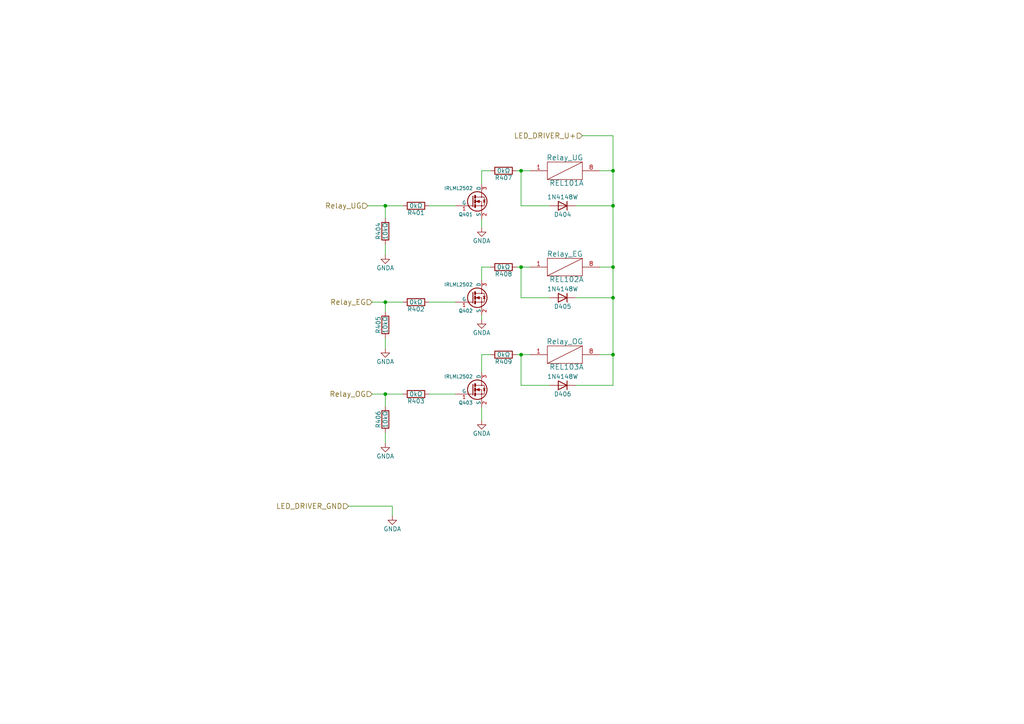
<source format=kicad_sch>
(kicad_sch (version 20230121) (generator eeschema)
  (paper "A4")
  (title_block (title "TL2C - Timed LED Lighting Controller") (date "2017-07-16") (rev "2L.2"))
  (lib_symbols
    (symbol "Device:D" (pin_numbers hide) (pin_names (offset 1.016) hide)
      (property "Reference" "D" (at 0 2.54 0))
      (property "Value" "D" (at 0 -2.54 0))
      (symbol "D_0_1"
        (polyline (pts (xy -1.27 1.27) (xy -1.27 -1.27)) (stroke (width 0.254)))
        (polyline (pts (xy 1.27 0) (xy -1.27 0)))
        (polyline (pts (xy 1.27 1.27) (xy 1.27 -1.27) (xy -1.27 0) (xy 1.27 1.27)) (stroke (width 0.254)))
      )
      (symbol "D_1_1"
        (pin passive line (at -3.81 0 0) (length 2.54) (name "K") (number "1"))
        (pin passive line (at 3.81 0 180) (length 2.54) (name "A") (number "2"))
      )
    )
    (symbol "Device:R" (pin_numbers hide) (pin_names (offset 0))
      (property "Reference" "R" (at 2.032 0 90))
      (property "Value" "R" (at 0 0 90))
      (symbol "R_0_1"
        (rectangle (start -1.016 -2.54) (end 1.016 2.54) (stroke (width 0.254)))
      )
      (symbol "R_1_1"
        (pin passive line (at 0 3.81 270) (length 1.27) (name "~") (number "1"))
        (pin passive line (at 0 -3.81 90) (length 1.27) (name "~") (number "2"))
      )
    )
    (symbol "power:GNDA" (power) (pin_names (offset 0))
      (property "Value" "GNDA" (at 0 -3.81 0))
      (symbol "GNDA_0_1"
        (polyline (pts (xy 0 0) (xy 0 -1.27) (xy 1.27 -1.27) (xy 0 -2.54) (xy -1.27 -1.27) (xy 0 -1.27)))
      )
      (symbol "GNDA_1_1"
        (pin power_in line (at 0 0 270) (length 0) hide (name "GNDA") (number "1"))
      )
    )
    (symbol "tl2c-symbols:IRLML2502" (pin_names (offset 0))
      (property "Reference" "Q" (at 0 -3.7846 0))
      (property "Value" "IRLML2502" (at 0 3.81 0))
      (symbol "IRLML2502_0_1"
        (polyline (pts (xy 0.635 -1.016) (xy 0.635 -1.651)) (stroke (width 0.508)))
        (polyline (pts (xy 0.635 0.381) (xy 0.635 -0.381)) (stroke (width 0.508)))
        (polyline (pts (xy 0.635 1.651) (xy 0.635 1.016)) (stroke (width 0.508)))
        (polyline (pts (xy 3.048 0.381) (xy 2.921 0.254)))
        (polyline (pts (xy 3.048 0.381) (xy 3.556 0.381)))
        (polyline (pts (xy 3.556 0.381) (xy 3.683 0.508)))
        (polyline (pts (xy 0 1.524) (xy 0 -1.524) (xy 0 -1.524)) (stroke (width 0.254)))
        (polyline (pts (xy 0.762 -1.27) (xy 2.54 -1.27) (xy 2.54 -2.54) (xy 2.54 -2.54)))
        (polyline (pts (xy 0.762 1.27) (xy 2.54 1.27) (xy 2.54 2.54) (xy 2.54 2.54)))
        (polyline (pts (xy 2.54 1.27) (xy 3.302 1.27) (xy 3.302 -1.27) (xy 2.54 -1.27)))
        (polyline (pts (xy 3.302 0.381) (xy 3.048 -0.254) (xy 3.556 -0.254) (xy 3.302 0.381)) (fill (type outline)))
        (polyline (pts (xy 0.762 0) (xy 1.27 0) (xy 2.54 0) (xy 2.54 -1.27) (xy 2.54 -1.27)))
        (polyline (pts (xy 0.889 0) (xy 1.905 0.381) (xy 1.905 -0.381) (xy 0.889 0) (xy 1.016 0) (xy 1.016 0)) (fill (type outline)))
        (circle (center 1.27 0) (radius 2.8194) (stroke (width 0.254)))
        (circle (center 2.54 -1.27) (radius 0.127))
        (circle (center 2.54 1.27) (radius 0.127))
      )
      (symbol "IRLML2502_1_1"
        (pin input line (at -5.08 -1.27 0) (length 5.08) (name "G") (number "1"))
        (pin passive line (at 2.54 -5.08 90) (length 2.54) (name "S") (number "2"))
        (pin passive line (at 2.54 5.08 270) (length 2.54) (name "D") (number "3"))
      )
    )
    (symbol "tl2c-symbols:Relay_JW1AFSN12F" (pin_names (offset 1.016))
      (property "Reference" "REL" (at -0.127 -4.191 0))
      (property "Value" "Relay_JW1AFSN12F" (at -0.635 3.81 0))
      (symbol "Relay_JW1AFSN12F_1_1"
        (rectangle (start -5.08 2.54) (end 5.08 -2.54))
        (polyline (pts (xy 5.08 2.54) (xy -5.08 -2.54)))
        (pin bidirectional line (at -10.16 0 0) (length 5.08) (name "~") (number "1"))
        (pin bidirectional line (at 10.16 0 180) (length 5.08) (name "~") (number "8"))
      )
      (symbol "Relay_JW1AFSN12F_1_2"
        (pin bidirectional line (at -10.795 -0.635 0) (length 5.08) (name "COM") (number "??"))
        (pin bidirectional line (at 11.811 -0.635 180) (length 5.08) (name "N.O.") (number "??"))
      )
      (symbol "Relay_JW1AFSN12F_2_1"
        (polyline (pts (xy 5.08 0) (xy 1.27 0)))
        (polyline (pts (xy -5.842 0) (xy -3.048 0) (xy 2.54 2.794)))
        (polyline (pts (xy 2.54 2.794) (xy 2.54 1.524) (xy 1.524 2.286)))
        (pin bidirectional line (at 10.16 0 180) (length 5.08) (name "~") (number "4"))
        (pin bidirectional line (at -10.16 0 0) (length 5.08) (name "~") (number "6"))
      )
      (symbol "Relay_JW1AFSN12F_2_2"
        (pin bidirectional line (at 11.811 -0.635 180) (length 5.08) (name "N.O.") (number "4"))
        (pin bidirectional line (at -10.795 -0.635 0) (length 5.08) (name "COM") (number "6"))
      )
    )
  )
  (junction (at 111.76 114.3))
  (junction (at 177.8 86.36))
  (junction (at 177.8 102.87))
  (junction (at 177.8 49.53))
  (junction (at 151.13 49.53))
  (junction (at 151.13 77.47))
  (junction (at 177.8 77.47))
  (junction (at 111.76 59.69))
  (junction (at 177.8 59.69))
  (junction (at 111.76 87.63))
  (junction (at 151.13 102.87))
  (wire (pts (xy 151.13 77.47) (xy 153.67 77.47)))
  (wire (pts (xy 177.8 77.47) (xy 173.99 77.47)))
  (wire (pts (xy 177.8 77.47) (xy 177.8 86.36)))
  (wire (pts (xy 111.76 59.69) (xy 116.84 59.69)))
  (wire (pts (xy 113.792 146.812) (xy 101.092 146.812)))
  (wire (pts (xy 151.13 86.36) (xy 151.13 77.47)))
  (wire (pts (xy 159.385 59.69) (xy 151.13 59.69)))
  (wire (pts (xy 111.76 98.044) (xy 111.76 101.092)))
  (wire (pts (xy 177.8 102.87) (xy 173.99 102.87)))
  (wire (pts (xy 139.7 102.87) (xy 139.7 107.95)))
  (wire (pts (xy 139.7 121.92) (xy 139.7 118.11)))
  (wire (pts (xy 177.8 86.36) (xy 167.005 86.36)))
  (wire (pts (xy 177.8 102.87) (xy 177.8 111.76)))
  (wire (pts (xy 149.86 49.53) (xy 151.13 49.53)))
  (wire (pts (xy 124.46 59.69) (xy 132.08 59.69)))
  (wire (pts (xy 111.76 125.476) (xy 111.76 128.524)))
  (wire (pts (xy 151.13 49.53) (xy 153.67 49.53)))
  (wire (pts (xy 142.24 49.53) (xy 139.7 49.53)))
  (wire (pts (xy 149.86 102.87) (xy 151.13 102.87)))
  (wire (pts (xy 111.76 87.63) (xy 116.84 87.63)))
  (wire (pts (xy 111.76 114.3) (xy 116.84 114.3)))
  (wire (pts (xy 151.13 111.76) (xy 151.13 102.87)))
  (wire (pts (xy 151.13 102.87) (xy 153.67 102.87)))
  (wire (pts (xy 139.7 63.5) (xy 139.7 66.04)))
  (wire (pts (xy 177.8 49.53) (xy 173.99 49.53)))
  (wire (pts (xy 177.8 111.76) (xy 167.005 111.76)))
  (wire (pts (xy 139.7 92.71) (xy 139.7 91.44)))
  (wire (pts (xy 124.46 87.63) (xy 132.08 87.63)))
  (wire (pts (xy 107.95 87.63) (xy 111.76 87.63)))
  (wire (pts (xy 177.8 39.37) (xy 177.8 49.53)))
  (wire (pts (xy 139.7 77.47) (xy 142.24 77.47)))
  (wire (pts (xy 149.86 77.47) (xy 151.13 77.47)))
  (wire (pts (xy 159.385 86.36) (xy 151.13 86.36)))
  (wire (pts (xy 124.46 114.3) (xy 132.08 114.3)))
  (wire (pts (xy 139.7 102.87) (xy 142.24 102.87)))
  (wire (pts (xy 111.76 114.3) (xy 111.76 117.856)))
  (wire (pts (xy 177.8 59.69) (xy 177.8 77.47)))
  (wire (pts (xy 139.7 77.47) (xy 139.7 81.28)))
  (wire (pts (xy 159.385 111.76) (xy 151.13 111.76)))
  (wire (pts (xy 177.8 86.36) (xy 177.8 102.87)))
  (wire (pts (xy 106.68 59.69) (xy 111.76 59.69)))
  (wire (pts (xy 111.76 70.866) (xy 111.76 73.914)))
  (wire (pts (xy 139.7 49.53) (xy 139.7 53.34)))
  (wire (pts (xy 151.13 59.69) (xy 151.13 49.53)))
  (wire (pts (xy 111.76 87.63) (xy 111.76 90.424)))
  (wire (pts (xy 177.8 49.53) (xy 177.8 59.69)))
  (wire (pts (xy 107.95 114.3) (xy 111.76 114.3)))
  (wire (pts (xy 177.8 59.69) (xy 167.005 59.69)))
  (wire (pts (xy 111.76 59.69) (xy 111.76 63.246)))
  (wire (pts (xy 168.91 39.37) (xy 177.8 39.37)))
  (wire (pts (xy 113.792 149.606) (xy 113.792 146.812)))
  (hierarchical_label "Relay_UG" (shape input) (at 106.68 59.69 180) (effects (font (size 1.524 1.524))))
  (hierarchical_label "LED_DRIVER_GND" (shape input) (at 101.092 146.812 180) (effects (font (size 1.524 1.524))))
  (hierarchical_label "LED_DRIVER_U+" (shape input) (at 168.91 39.37 180) (effects (font (size 1.524 1.524))))
  (hierarchical_label "Relay_OG" (shape input) (at 107.95 114.3 180) (effects (font (size 1.524 1.524))))
  (hierarchical_label "Relay_EG" (shape input) (at 107.95 87.63 180) (effects (font (size 1.524 1.524))))
  (symbol (lib_id "tl2c-symbols:Relay_JW1AFSN12F") (at 163.83 49.53 0) (unit 1)
    (property "Reference" "REL101" (at 164.338 53.086 0) (effects (font (size 1.524 1.524))))
    (property "Value" "Relay_UG" (at 163.83 45.72 0) (effects (font (size 1.524 1.524))))
    (property "Footprint" "tl2c-footprint:JW1AFSN-12-F" (effects hide))
    (property "MFP" "JW1AFSN-12-F" (effects hide))
    (property "Conrad-PN" "504961 - 62" (effects hide))
    (property "Digikey-PN" "N/A" (effects hide))
    (instances (project "tl2c" (path "" (reference "REL101") (unit 1)) (path "" (reference "REL?") (unit 1))))
  )
  (symbol (lib_id "tl2c-symbols:Relay_JW1AFSN12F") (at 163.83 77.47 0) (unit 1)
    (property "Reference" "REL102" (at 164.338 81.026 0) (effects (font (size 1.524 1.524))))
    (property "Value" "Relay_EG" (at 163.83 73.66 0) (effects (font (size 1.524 1.524))))
    (property "Footprint" "tl2c-footprint:JW1AFSN-12-F" (effects hide))
    (property "MFP" "JW1AFSN-12-F" (effects hide))
    (property "Conrad-PN" "504961 - 62" (effects hide))
    (property "Digikey-PN" "N/A" (effects hide))
    (instances (project "tl2c" (path "" (reference "REL102") (unit 1)) (path "" (reference "REL?") (unit 1))))
  )
  (symbol (lib_id "tl2c-symbols:Relay_JW1AFSN12F") (at 163.83 102.87 0) (unit 1)
    (property "Reference" "REL103" (at 164.338 106.426 0) (effects (font (size 1.524 1.524))))
    (property "Value" "Relay_OG" (at 163.83 99.06 0) (effects (font (size 1.524 1.524))))
    (property "Footprint" "tl2c-footprint:JW1AFSN-12-F" (effects hide))
    (property "MFP" "JW1AFSN-12-F" (effects hide))
    (property "Conrad-PN" "504961 - 62" (effects hide))
    (property "Digikey-PN" "N/A" (effects hide))
    (instances (project "tl2c" (path "" (reference "REL103") (unit 1)) (path "" (reference "REL?") (unit 1))))
  )
  (symbol (lib_id "Device:D") (at 163.195 59.69 180) (unit 1)
    (property "Reference" "D404" (at 163.195 62.23 0))
    (property "Value" "1N4148W" (at 163.195 57.15 0))
    (property "Footprint" "Diodes_SMD:SOD-123" (effects hide))
    (property "MFP" "1N4148W-E3-18" (effects hide))
    (property "Conrad-PN" "564852 - 62" (effects hide))
    (property "Digikey-PN" "1N4148W-E3-18CT-ND " (effects hide))
  )
  (symbol (lib_id "Device:D") (at 163.195 86.36 180) (unit 1)
    (property "Reference" "D405" (at 163.195 88.9 0))
    (property "Value" "1N4148W" (at 163.195 83.82 0))
    (property "Footprint" "Diodes_SMD:SOD-123" (effects hide))
    (property "MFP" "1N4148W-E3-18" (effects hide))
    (property "Conrad-PN" "564852 - 62" (effects hide))
    (property "Digikey-PN" "1N4148W-E3-18CT-ND" (effects hide))
  )
  (symbol (lib_id "Device:D") (at 163.195 111.76 180) (unit 1)
    (property "Reference" "D406" (at 163.195 114.3 0))
    (property "Value" "1N4148W" (at 163.195 109.22 0))
    (property "Footprint" "Diodes_SMD:SOD-123" (effects hide))
    (property "MFP" "1N4148W-E3-18" (effects hide))
    (property "Conrad-PN" "564852 - 62" (effects hide))
    (property "Digikey-PN" "1N4148W-E3-18CT-ND" (effects hide))
  )
  (symbol (lib_id "Device:R") (at 120.65 59.69 270) (unit 1)
    (property "Reference" "R401" (at 120.65 61.722 90))
    (property "Value" "0kΩ" (at 120.65 59.69 90))
    (property "Footprint" "Resistors_SMD:R_0805" (effects hide))
  )
  (symbol (lib_id "Device:R") (at 120.65 87.63 270) (unit 1)
    (property "Reference" "R402" (at 120.65 89.662 90))
    (property "Value" "0kΩ" (at 120.65 87.63 90))
    (property "Footprint" "Resistors_SMD:R_0805" (effects hide))
  )
  (symbol (lib_id "Device:R") (at 120.65 114.3 270) (unit 1)
    (property "Reference" "R403" (at 120.65 116.332 90))
    (property "Value" "0kΩ" (at 120.65 114.3 90))
    (property "Footprint" "Resistors_SMD:R_0805" (effects hide))
  )
  (symbol (lib_id "tl2c-symbols:IRLML2502") (at 137.16 58.42 0) (unit 1)
    (property "Reference" "Q401" (at 137.16 62.2046 0) (effects (font (size 1.016 1.016)) (justify right)))
    (property "Value" "IRLML2502" (at 137.16 54.61 0) (effects (font (size 1.016 1.016)) (justify right)))
    (property "Footprint" "TO_SOT_Packages_SMD:SOT-23" (effects hide))
    (property "MFP" "IRLML2502GTRPBF" (effects hide))
    (property "Conrad-PN" "162827 - 62 " (effects hide))
    (property "Digikey-PN" "IRLML2502GTRPBFCT-ND" (effects hide))
  )
  (symbol (lib_id "tl2c-symbols:IRLML2502") (at 137.16 86.36 0) (unit 1)
    (property "Reference" "Q402" (at 137.16 90.1446 0) (effects (font (size 1.016 1.016)) (justify right)))
    (property "Value" "IRLML2502" (at 137.16 82.55 0) (effects (font (size 1.016 1.016)) (justify right)))
    (property "Footprint" "TO_SOT_Packages_SMD:SOT-23" (effects hide))
    (property "MFP" "IRLML2502GTRPBF" (effects hide))
    (property "Conrad-PN" "162827 - 62 " (effects hide))
    (property "Digikey-PN" "RLML2502GTRPBFCT-ND" (effects hide))
  )
  (symbol (lib_id "tl2c-symbols:IRLML2502") (at 137.16 113.03 0) (unit 1)
    (property "Reference" "Q403" (at 137.16 116.8146 0) (effects (font (size 1.016 1.016)) (justify right)))
    (property "Value" "IRLML2502" (at 137.16 109.22 0) (effects (font (size 1.016 1.016)) (justify right)))
    (property "Footprint" "TO_SOT_Packages_SMD:SOT-23" (effects hide))
    (property "MFP" "IRLML2502GTRPBF" (effects hide))
    (property "Conrad-PN" "162827 - 62 " (effects hide))
    (property "Digikey-PN" "RLML2502GTRPBFCT-ND" (effects hide))
  )
  (symbol (lib_id "Device:R") (at 146.05 49.53 270) (unit 1)
    (property "Reference" "R407" (at 146.05 51.562 90))
    (property "Value" "0kΩ" (at 146.05 49.53 90))
    (property "Footprint" "Resistors_SMD:R_0805" (effects hide))
  )
  (symbol (lib_id "Device:R") (at 146.05 77.47 270) (unit 1)
    (property "Reference" "R408" (at 146.05 79.502 90))
    (property "Value" "0kΩ" (at 146.05 77.47 90))
    (property "Footprint" "Resistors_SMD:R_0805" (effects hide))
  )
  (symbol (lib_id "Device:R") (at 146.05 102.87 270) (unit 1)
    (property "Reference" "R409" (at 146.05 104.902 90))
    (property "Value" "0kΩ" (at 146.05 102.87 90))
    (property "Footprint" "Resistors_SMD:R_0805" (effects hide))
  )
  (symbol (lib_id "power:GNDA") (at 113.792 149.606 0) (unit 1)
    (property "Reference" "#PWR025" (effects hide))
    (property "Value" "GNDA" (at 113.792 153.416 0))
  )
  (symbol (lib_id "power:GNDA") (at 139.7 121.92 0) (unit 1)
    (property "Reference" "#PWR026" (effects hide))
    (property "Value" "GNDA" (at 139.7 125.73 0))
  )
  (symbol (lib_id "power:GNDA") (at 139.7 92.71 0) (unit 1)
    (property "Reference" "#PWR027" (effects hide))
    (property "Value" "GNDA" (at 139.7 96.52 0))
  )
  (symbol (lib_id "power:GNDA") (at 139.7 66.04 0) (unit 1)
    (property "Reference" "#PWR028" (effects hide))
    (property "Value" "GNDA" (at 139.7 69.85 0))
  )
  (symbol (lib_id "Device:R") (at 111.76 67.056 180) (unit 1)
    (property "Reference" "R404" (at 109.728 67.056 90))
    (property "Value" "10kΩ" (at 111.76 67.056 90))
    (property "Footprint" "Resistors_SMD:R_0805" (effects hide))
  )
  (symbol (lib_id "power:GNDA") (at 111.76 73.914 0) (unit 1)
    (property "Reference" "#PWR029" (effects hide))
    (property "Value" "GNDA" (at 111.76 77.724 0))
  )
  (symbol (lib_id "Device:R") (at 111.76 94.234 180) (unit 1)
    (property "Reference" "R405" (at 109.728 94.234 90))
    (property "Value" "10kΩ" (at 111.76 94.234 90))
    (property "Footprint" "Resistors_SMD:R_0805" (effects hide))
  )
  (symbol (lib_id "power:GNDA") (at 111.76 101.092 0) (unit 1)
    (property "Reference" "#PWR030" (effects hide))
    (property "Value" "GNDA" (at 111.76 104.902 0))
  )
  (symbol (lib_id "Device:R") (at 111.76 121.666 180) (unit 1)
    (property "Reference" "R406" (at 109.728 121.666 90))
    (property "Value" "10kΩ" (at 111.76 121.666 90))
    (property "Footprint" "Resistors_SMD:R_0805" (effects hide))
  )
  (symbol (lib_id "power:GNDA") (at 111.76 128.524 0) (unit 1)
    (property "Reference" "#PWR031" (effects hide))
    (property "Value" "GNDA" (at 111.76 132.334 0))
  )
)
</source>
